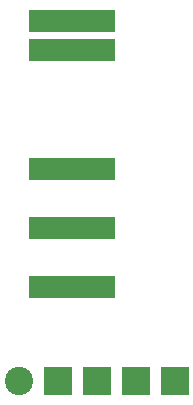
<source format=gbr>
G04 #@! TF.GenerationSoftware,KiCad,Pcbnew,(5.0.0)*
G04 #@! TF.CreationDate,2019-03-20T16:29:36+03:00*
G04 #@! TF.ProjectId,__________ 2_419__293__11__,1F354035453E343D383A20321C343139,rev?*
G04 #@! TF.SameCoordinates,Original*
G04 #@! TF.FileFunction,Soldermask,Top*
G04 #@! TF.FilePolarity,Negative*
%FSLAX46Y46*%
G04 Gerber Fmt 4.6, Leading zero omitted, Abs format (unit mm)*
G04 Created by KiCad (PCBNEW (5.0.0)) date 03/20/19 16:29:36*
%MOMM*%
%LPD*%
G01*
G04 APERTURE LIST*
%ADD10R,7.400000X1.900000*%
%ADD11R,2.400000X2.400000*%
%ADD12C,2.400000*%
G04 APERTURE END LIST*
D10*
G04 #@! TO.C,DA2*
X163500000Y-47500000D03*
X163500000Y-60000000D03*
X163500000Y-65000000D03*
X163500000Y-70000000D03*
X163500000Y-50000000D03*
G04 #@! TD*
D11*
G04 #@! TO.C,DA1*
X172200000Y-78000000D03*
X168900000Y-78000000D03*
X165600000Y-78000000D03*
X162300000Y-78000000D03*
D12*
X159000000Y-78000000D03*
G04 #@! TD*
M02*

</source>
